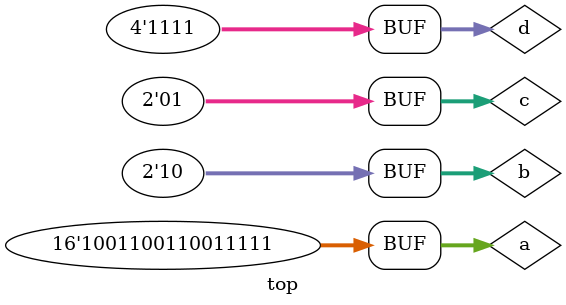
<source format=sv>


/*
:name: nested_repl_op
:description: nested replication operator test
:tags: 11.4.12.1
*/
module top();

bit [15:0] a;

bit [1:0] b = 2'b10;
bit [1:0] c = 2'b01;
bit [3:0] d = 4'b1111;

initial begin
  a = {{3{b, c}}, d};
//    ^^^^^^^^^^^^^^ meta.concatenation.sv
//     ^^^^^^^^^ meta.concatenation.sv meta.concatenation.sv
//      ^ constant.numeric.integer.sv
//       ^^^^^^ meta.concatenation.sv meta.concatenation.sv meta.concatenation.sv
end

endmodule

</source>
